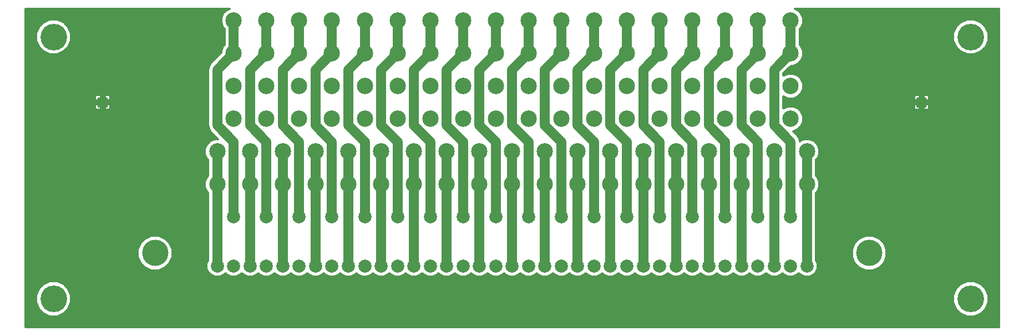
<source format=gtl>
G04 (created by PCBNEW (2013-07-07 BZR 4022)-stable) date 23/09/2014 08:58:54*
%MOIN*%
G04 Gerber Fmt 3.4, Leading zero omitted, Abs format*
%FSLAX34Y34*%
G01*
G70*
G90*
G04 APERTURE LIST*
%ADD10C,0.00590551*%
%ADD11C,0.0984252*%
%ADD12C,0.16*%
%ADD13R,0.06X0.06*%
%ADD14C,0.0787402*%
%ADD15C,0.15748*%
%ADD16C,0.0590551*%
%ADD17C,0.011811*%
G04 APERTURE END LIST*
G54D10*
G54D11*
X104330Y-56102D03*
X102362Y-56102D03*
X100393Y-56102D03*
X98425Y-56102D03*
X96456Y-56102D03*
X94488Y-56102D03*
X92519Y-56102D03*
X90551Y-56102D03*
X88582Y-56102D03*
X86614Y-56102D03*
X84645Y-56102D03*
X82677Y-56102D03*
X80708Y-56102D03*
X78740Y-56102D03*
X76771Y-56102D03*
X74803Y-56102D03*
X72834Y-56102D03*
X70866Y-56102D03*
X68897Y-56102D03*
X104330Y-58070D03*
X102362Y-58070D03*
X100393Y-58070D03*
X98425Y-58070D03*
X96456Y-58070D03*
X94488Y-58070D03*
X92519Y-58070D03*
X90551Y-58070D03*
X88582Y-58070D03*
X86614Y-58070D03*
X84645Y-58070D03*
X82677Y-58070D03*
X80708Y-58070D03*
X78740Y-58070D03*
X76771Y-58070D03*
X74803Y-58070D03*
X72834Y-58070D03*
X70866Y-58070D03*
X68897Y-58070D03*
X103346Y-52165D03*
X101377Y-52165D03*
X99409Y-52165D03*
X97440Y-52165D03*
X95472Y-52165D03*
X93503Y-52165D03*
X91535Y-52165D03*
X89566Y-52165D03*
X87598Y-52165D03*
X85629Y-52165D03*
X83661Y-52165D03*
X81692Y-52165D03*
X79724Y-52165D03*
X77755Y-52165D03*
X75787Y-52165D03*
X73818Y-52165D03*
X71850Y-52165D03*
X69881Y-52165D03*
X103346Y-54133D03*
X101377Y-54133D03*
X99409Y-54133D03*
X97440Y-54133D03*
X95472Y-54133D03*
X93503Y-54133D03*
X91535Y-54133D03*
X89566Y-54133D03*
X87598Y-54133D03*
X85629Y-54133D03*
X83661Y-54133D03*
X81692Y-54133D03*
X79724Y-54133D03*
X77755Y-54133D03*
X75787Y-54133D03*
X73818Y-54133D03*
X71850Y-54133D03*
X69881Y-54133D03*
X103346Y-48228D03*
X101377Y-48228D03*
X99409Y-48228D03*
X97440Y-48228D03*
X95472Y-48228D03*
X93503Y-48228D03*
X91535Y-48228D03*
X89566Y-48228D03*
X87598Y-48228D03*
X85629Y-48228D03*
X83661Y-48228D03*
X81692Y-48228D03*
X79724Y-48228D03*
X77755Y-48228D03*
X75787Y-48228D03*
X73818Y-48228D03*
X71850Y-48228D03*
X69881Y-48228D03*
X103346Y-50196D03*
X101377Y-50196D03*
X99409Y-50196D03*
X97440Y-50196D03*
X95472Y-50196D03*
X93503Y-50196D03*
X91535Y-50196D03*
X89566Y-50196D03*
X87598Y-50196D03*
X85629Y-50196D03*
X83661Y-50196D03*
X81692Y-50196D03*
X79724Y-50196D03*
X77755Y-50196D03*
X75787Y-50196D03*
X73818Y-50196D03*
X71850Y-50196D03*
X69881Y-50196D03*
G54D12*
X114173Y-49212D03*
X114173Y-64960D03*
X59055Y-64960D03*
X59055Y-49212D03*
G54D13*
X62007Y-53149D03*
X111220Y-53149D03*
G54D14*
X104330Y-62992D03*
X102362Y-62992D03*
X100393Y-62992D03*
X98425Y-62992D03*
X96456Y-62992D03*
X94488Y-62992D03*
X92519Y-62992D03*
X90551Y-62992D03*
X88582Y-62992D03*
X86614Y-62992D03*
X84645Y-62992D03*
X82677Y-62992D03*
X80708Y-62992D03*
X78740Y-62992D03*
X76771Y-62992D03*
X74803Y-62992D03*
X72834Y-62992D03*
X70866Y-62992D03*
X68897Y-62992D03*
X103346Y-62992D03*
X101377Y-62992D03*
X99409Y-62992D03*
X97440Y-62992D03*
X95472Y-62992D03*
X93503Y-62992D03*
X91535Y-62992D03*
X89566Y-62992D03*
X87598Y-62992D03*
X85629Y-62992D03*
X83661Y-62992D03*
X81692Y-62992D03*
X79724Y-62992D03*
X77755Y-62992D03*
X75787Y-62992D03*
X73818Y-62992D03*
X71850Y-62992D03*
X69881Y-62992D03*
X103346Y-60039D03*
X101377Y-60039D03*
X99409Y-60039D03*
X97440Y-60039D03*
X95472Y-60039D03*
X93503Y-60039D03*
X91535Y-60039D03*
X89566Y-60039D03*
X87598Y-60039D03*
X85629Y-60039D03*
X83661Y-60039D03*
X81692Y-60039D03*
X79724Y-60039D03*
X77755Y-60039D03*
X75787Y-60039D03*
X73818Y-60039D03*
X71850Y-60039D03*
X69881Y-60039D03*
G54D15*
X65157Y-62204D03*
X108070Y-62204D03*
G54D16*
X86614Y-62992D02*
X86614Y-58070D01*
X86614Y-58070D02*
X86614Y-56102D01*
X90551Y-62992D02*
X90551Y-58070D01*
X90551Y-58070D02*
X90551Y-56102D01*
X88582Y-62992D02*
X88582Y-58070D01*
X88582Y-58070D02*
X88582Y-56102D01*
X71850Y-60039D02*
X71850Y-55511D01*
X70866Y-51181D02*
X71850Y-50196D01*
X70866Y-54527D02*
X70866Y-51181D01*
X71850Y-55511D02*
X70866Y-54527D01*
X71850Y-50196D02*
X71850Y-48228D01*
X84645Y-62992D02*
X84645Y-58070D01*
X84645Y-58070D02*
X84645Y-56102D01*
X82677Y-62992D02*
X82677Y-58070D01*
X82677Y-58070D02*
X82677Y-56102D01*
X80708Y-62992D02*
X80708Y-58070D01*
X80708Y-58070D02*
X80708Y-56102D01*
X78740Y-62992D02*
X78740Y-58070D01*
X78740Y-58070D02*
X78740Y-56102D01*
X76771Y-62992D02*
X76771Y-58070D01*
X76771Y-58070D02*
X76771Y-56102D01*
X74803Y-62992D02*
X74803Y-58070D01*
X74803Y-58070D02*
X74803Y-56102D01*
X72834Y-62992D02*
X72834Y-58070D01*
X72834Y-58070D02*
X72834Y-56102D01*
X69881Y-60039D02*
X69881Y-55511D01*
X68897Y-51181D02*
X69881Y-50196D01*
X68897Y-54527D02*
X68897Y-51181D01*
X69881Y-55511D02*
X68897Y-54527D01*
X69881Y-50196D02*
X69881Y-48228D01*
X70866Y-62992D02*
X70866Y-58070D01*
X70866Y-58070D02*
X70866Y-56102D01*
X68897Y-62992D02*
X68897Y-58070D01*
X68897Y-58070D02*
X68897Y-56102D01*
X93503Y-60039D02*
X93503Y-55511D01*
X92519Y-51181D02*
X93503Y-50196D01*
X92519Y-54527D02*
X92519Y-51181D01*
X93503Y-55511D02*
X92519Y-54527D01*
X93503Y-50196D02*
X93503Y-48228D01*
X103346Y-48228D02*
X103346Y-50196D01*
X103346Y-60039D02*
X103346Y-55905D01*
X102362Y-51181D02*
X103346Y-50196D01*
X102362Y-54527D02*
X102362Y-51181D01*
X103346Y-55511D02*
X102362Y-54527D01*
X103346Y-55905D02*
X103346Y-55511D01*
X104330Y-62992D02*
X104330Y-58070D01*
X104330Y-58070D02*
X104330Y-56102D01*
X101377Y-60039D02*
X101377Y-55511D01*
X100393Y-51181D02*
X101377Y-50196D01*
X100393Y-54527D02*
X100393Y-51181D01*
X101377Y-55511D02*
X100393Y-54527D01*
X101377Y-50196D02*
X101377Y-48228D01*
X99409Y-60039D02*
X99409Y-55511D01*
X98425Y-51181D02*
X99409Y-50196D01*
X98425Y-54527D02*
X98425Y-51181D01*
X99409Y-55511D02*
X98425Y-54527D01*
X99409Y-50196D02*
X99409Y-48228D01*
X97440Y-60039D02*
X97440Y-55708D01*
X96456Y-51181D02*
X97440Y-50196D01*
X96456Y-54527D02*
X96456Y-51181D01*
X97440Y-55511D02*
X96456Y-54527D01*
X97440Y-55708D02*
X97440Y-55511D01*
X97440Y-50196D02*
X97440Y-48228D01*
X95472Y-60039D02*
X95472Y-55511D01*
X94488Y-51181D02*
X95472Y-50196D01*
X94488Y-54527D02*
X94488Y-51181D01*
X95472Y-55511D02*
X94488Y-54527D01*
X95472Y-50196D02*
X95472Y-48228D01*
X91535Y-48228D02*
X91535Y-50196D01*
X91535Y-60039D02*
X91535Y-55511D01*
X90551Y-51181D02*
X91535Y-50196D01*
X90551Y-54527D02*
X90551Y-51181D01*
X91535Y-55511D02*
X90551Y-54527D01*
X89566Y-60039D02*
X89566Y-55511D01*
X88582Y-51181D02*
X89566Y-50196D01*
X88582Y-54527D02*
X88582Y-51181D01*
X89566Y-55511D02*
X88582Y-54527D01*
X89566Y-50196D02*
X89566Y-48228D01*
X87598Y-60039D02*
X87598Y-55511D01*
X86614Y-51181D02*
X87598Y-50196D01*
X86614Y-54527D02*
X86614Y-51181D01*
X87598Y-55511D02*
X86614Y-54527D01*
X87598Y-50196D02*
X87598Y-48228D01*
X85629Y-60039D02*
X85629Y-55511D01*
X84645Y-51181D02*
X85629Y-50196D01*
X84645Y-54527D02*
X84645Y-51181D01*
X85629Y-55511D02*
X84645Y-54527D01*
X85629Y-50196D02*
X85629Y-48228D01*
X83661Y-60039D02*
X83661Y-55511D01*
X82677Y-51181D02*
X83661Y-50196D01*
X82677Y-54527D02*
X82677Y-51181D01*
X83661Y-55511D02*
X82677Y-54527D01*
X83661Y-50196D02*
X83661Y-48228D01*
X102362Y-62992D02*
X102362Y-58070D01*
X102362Y-58070D02*
X102362Y-56102D01*
X81692Y-60039D02*
X81692Y-55511D01*
X80708Y-51181D02*
X81692Y-50196D01*
X80708Y-54527D02*
X80708Y-51181D01*
X81692Y-55511D02*
X80708Y-54527D01*
X81692Y-50196D02*
X81692Y-48228D01*
X79724Y-60039D02*
X79724Y-55511D01*
X78740Y-51181D02*
X79724Y-50196D01*
X78740Y-54527D02*
X78740Y-51181D01*
X79724Y-55511D02*
X78740Y-54527D01*
X79724Y-50196D02*
X79724Y-48228D01*
X77755Y-60039D02*
X77755Y-55511D01*
X76771Y-51181D02*
X77755Y-50196D01*
X76771Y-54527D02*
X76771Y-51181D01*
X77755Y-55511D02*
X76771Y-54527D01*
X77755Y-50196D02*
X77755Y-48228D01*
X75787Y-60039D02*
X75787Y-55511D01*
X74803Y-51181D02*
X75787Y-50196D01*
X74803Y-54527D02*
X74803Y-51181D01*
X75787Y-55511D02*
X74803Y-54527D01*
X75787Y-50196D02*
X75787Y-48228D01*
X73818Y-60039D02*
X73818Y-55511D01*
X72834Y-51181D02*
X73818Y-50196D01*
X72834Y-54527D02*
X72834Y-51181D01*
X73818Y-55511D02*
X72834Y-54527D01*
X73818Y-50196D02*
X73818Y-48228D01*
X100393Y-62992D02*
X100393Y-58070D01*
X100393Y-58070D02*
X100393Y-56102D01*
X98425Y-62992D02*
X98425Y-58070D01*
X98425Y-58070D02*
X98425Y-56102D01*
X96456Y-62992D02*
X96456Y-58070D01*
X96456Y-58070D02*
X96456Y-56102D01*
X94488Y-62992D02*
X94488Y-58070D01*
X94488Y-58070D02*
X94488Y-56102D01*
X92519Y-62992D02*
X92519Y-58070D01*
X92519Y-58070D02*
X92519Y-56102D01*
G54D10*
G36*
X115866Y-66653D02*
X115229Y-66653D01*
X115229Y-64751D01*
X115229Y-49003D01*
X115068Y-48615D01*
X114772Y-48317D01*
X114384Y-48156D01*
X113964Y-48156D01*
X113575Y-48316D01*
X113278Y-48613D01*
X113117Y-49001D01*
X113117Y-49421D01*
X113277Y-49809D01*
X113574Y-50107D01*
X113962Y-50268D01*
X114382Y-50268D01*
X114770Y-50108D01*
X115067Y-49811D01*
X115228Y-49423D01*
X115229Y-49003D01*
X115229Y-64751D01*
X115068Y-64363D01*
X114772Y-64065D01*
X114384Y-63904D01*
X113964Y-63904D01*
X113575Y-64064D01*
X113278Y-64361D01*
X113117Y-64749D01*
X113117Y-65169D01*
X113277Y-65557D01*
X113574Y-65855D01*
X113962Y-66016D01*
X114382Y-66016D01*
X114770Y-65856D01*
X115067Y-65559D01*
X115228Y-65171D01*
X115229Y-64751D01*
X115229Y-66653D01*
X111679Y-66653D01*
X111679Y-53418D01*
X111679Y-52881D01*
X111679Y-52817D01*
X111655Y-52759D01*
X111610Y-52714D01*
X111551Y-52690D01*
X111378Y-52690D01*
X111338Y-52730D01*
X111338Y-53031D01*
X111639Y-53031D01*
X111679Y-52991D01*
X111679Y-52881D01*
X111679Y-53418D01*
X111679Y-53307D01*
X111639Y-53267D01*
X111338Y-53267D01*
X111338Y-53568D01*
X111378Y-53608D01*
X111551Y-53608D01*
X111610Y-53584D01*
X111655Y-53539D01*
X111679Y-53481D01*
X111679Y-53418D01*
X111679Y-66653D01*
X111102Y-66653D01*
X111102Y-53568D01*
X111102Y-53267D01*
X111102Y-53031D01*
X111102Y-52730D01*
X111062Y-52690D01*
X110888Y-52690D01*
X110830Y-52714D01*
X110785Y-52759D01*
X110761Y-52817D01*
X110761Y-52881D01*
X110761Y-52991D01*
X110801Y-53031D01*
X111102Y-53031D01*
X111102Y-53267D01*
X110801Y-53267D01*
X110761Y-53307D01*
X110761Y-53418D01*
X110761Y-53481D01*
X110785Y-53539D01*
X110830Y-53584D01*
X110888Y-53608D01*
X111062Y-53608D01*
X111102Y-53568D01*
X111102Y-66653D01*
X109114Y-66653D01*
X109114Y-61998D01*
X108955Y-61614D01*
X108662Y-61320D01*
X108279Y-61161D01*
X107864Y-61161D01*
X107480Y-61319D01*
X107186Y-61612D01*
X107027Y-61996D01*
X107027Y-62411D01*
X107185Y-62794D01*
X107479Y-63088D01*
X107862Y-63247D01*
X108277Y-63248D01*
X108661Y-63089D01*
X108954Y-62796D01*
X109113Y-62413D01*
X109114Y-61998D01*
X109114Y-66653D01*
X66200Y-66653D01*
X66200Y-61998D01*
X66042Y-61614D01*
X65749Y-61320D01*
X65365Y-61161D01*
X64950Y-61161D01*
X64567Y-61319D01*
X64273Y-61612D01*
X64114Y-61996D01*
X64113Y-62411D01*
X64272Y-62794D01*
X64565Y-63088D01*
X64949Y-63247D01*
X65364Y-63248D01*
X65747Y-63089D01*
X66041Y-62796D01*
X66200Y-62413D01*
X66200Y-61998D01*
X66200Y-66653D01*
X62466Y-66653D01*
X62466Y-53418D01*
X62466Y-52881D01*
X62466Y-52817D01*
X62442Y-52759D01*
X62397Y-52714D01*
X62339Y-52690D01*
X62165Y-52690D01*
X62125Y-52730D01*
X62125Y-53031D01*
X62427Y-53031D01*
X62466Y-52991D01*
X62466Y-52881D01*
X62466Y-53418D01*
X62466Y-53307D01*
X62427Y-53267D01*
X62125Y-53267D01*
X62125Y-53568D01*
X62165Y-53608D01*
X62339Y-53608D01*
X62397Y-53584D01*
X62442Y-53539D01*
X62466Y-53481D01*
X62466Y-53418D01*
X62466Y-66653D01*
X61889Y-66653D01*
X61889Y-53568D01*
X61889Y-53267D01*
X61889Y-53031D01*
X61889Y-52730D01*
X61850Y-52690D01*
X61676Y-52690D01*
X61617Y-52714D01*
X61573Y-52759D01*
X61548Y-52817D01*
X61548Y-52881D01*
X61548Y-52991D01*
X61588Y-53031D01*
X61889Y-53031D01*
X61889Y-53267D01*
X61588Y-53267D01*
X61548Y-53307D01*
X61548Y-53418D01*
X61548Y-53481D01*
X61573Y-53539D01*
X61617Y-53584D01*
X61676Y-53608D01*
X61850Y-53608D01*
X61889Y-53568D01*
X61889Y-66653D01*
X60111Y-66653D01*
X60111Y-64751D01*
X60111Y-49003D01*
X59950Y-48615D01*
X59654Y-48317D01*
X59266Y-48156D01*
X58846Y-48156D01*
X58457Y-48316D01*
X58160Y-48613D01*
X57999Y-49001D01*
X57999Y-49421D01*
X58159Y-49809D01*
X58456Y-50107D01*
X58844Y-50268D01*
X59264Y-50268D01*
X59652Y-50108D01*
X59949Y-49811D01*
X60110Y-49423D01*
X60111Y-49003D01*
X60111Y-64751D01*
X59950Y-64363D01*
X59654Y-64065D01*
X59266Y-63904D01*
X58846Y-63904D01*
X58457Y-64064D01*
X58160Y-64361D01*
X57999Y-64749D01*
X57999Y-65169D01*
X58159Y-65557D01*
X58456Y-65855D01*
X58844Y-66016D01*
X59264Y-66016D01*
X59652Y-65856D01*
X59949Y-65559D01*
X60110Y-65171D01*
X60111Y-64751D01*
X60111Y-66653D01*
X57362Y-66653D01*
X57362Y-47519D01*
X69638Y-47519D01*
X69458Y-47593D01*
X69248Y-47804D01*
X69133Y-48078D01*
X69133Y-48376D01*
X69247Y-48651D01*
X69330Y-48735D01*
X69330Y-49690D01*
X69248Y-49772D01*
X69133Y-50047D01*
X69133Y-50165D01*
X68507Y-50791D01*
X68388Y-50970D01*
X68346Y-51181D01*
X68346Y-54527D01*
X68388Y-54738D01*
X68507Y-54917D01*
X68944Y-55354D01*
X68749Y-55354D01*
X68474Y-55467D01*
X68263Y-55678D01*
X68149Y-55952D01*
X68149Y-56250D01*
X68263Y-56525D01*
X68346Y-56609D01*
X68346Y-57564D01*
X68263Y-57646D01*
X68149Y-57921D01*
X68149Y-58219D01*
X68263Y-58494D01*
X68346Y-58577D01*
X68346Y-62625D01*
X68248Y-62862D01*
X68247Y-63120D01*
X68346Y-63359D01*
X68529Y-63542D01*
X68767Y-63641D01*
X69026Y-63641D01*
X69265Y-63543D01*
X69389Y-63418D01*
X69513Y-63542D01*
X69752Y-63641D01*
X70010Y-63641D01*
X70249Y-63543D01*
X70374Y-63418D01*
X70497Y-63542D01*
X70736Y-63641D01*
X70994Y-63641D01*
X71233Y-63543D01*
X71358Y-63418D01*
X71481Y-63542D01*
X71720Y-63641D01*
X71979Y-63641D01*
X72217Y-63543D01*
X72342Y-63418D01*
X72466Y-63542D01*
X72704Y-63641D01*
X72963Y-63641D01*
X73202Y-63543D01*
X73326Y-63418D01*
X73450Y-63542D01*
X73689Y-63641D01*
X73947Y-63641D01*
X74186Y-63543D01*
X74311Y-63418D01*
X74434Y-63542D01*
X74673Y-63641D01*
X74931Y-63641D01*
X75170Y-63543D01*
X75295Y-63418D01*
X75418Y-63542D01*
X75657Y-63641D01*
X75916Y-63641D01*
X76154Y-63543D01*
X76279Y-63418D01*
X76403Y-63542D01*
X76641Y-63641D01*
X76900Y-63641D01*
X77139Y-63543D01*
X77263Y-63418D01*
X77387Y-63542D01*
X77626Y-63641D01*
X77884Y-63641D01*
X78123Y-63543D01*
X78248Y-63418D01*
X78371Y-63542D01*
X78610Y-63641D01*
X78868Y-63641D01*
X79107Y-63543D01*
X79232Y-63418D01*
X79355Y-63542D01*
X79594Y-63641D01*
X79853Y-63641D01*
X80091Y-63543D01*
X80216Y-63418D01*
X80340Y-63542D01*
X80578Y-63641D01*
X80837Y-63641D01*
X81076Y-63543D01*
X81200Y-63418D01*
X81324Y-63542D01*
X81563Y-63641D01*
X81821Y-63641D01*
X82060Y-63543D01*
X82185Y-63418D01*
X82308Y-63542D01*
X82547Y-63641D01*
X82805Y-63641D01*
X83044Y-63543D01*
X83169Y-63418D01*
X83292Y-63542D01*
X83531Y-63641D01*
X83790Y-63641D01*
X84028Y-63543D01*
X84153Y-63418D01*
X84277Y-63542D01*
X84515Y-63641D01*
X84774Y-63641D01*
X85013Y-63543D01*
X85137Y-63418D01*
X85261Y-63542D01*
X85500Y-63641D01*
X85758Y-63641D01*
X85997Y-63543D01*
X86122Y-63418D01*
X86245Y-63542D01*
X86484Y-63641D01*
X86742Y-63641D01*
X86981Y-63543D01*
X87106Y-63418D01*
X87229Y-63542D01*
X87468Y-63641D01*
X87727Y-63641D01*
X87965Y-63543D01*
X88090Y-63418D01*
X88214Y-63542D01*
X88452Y-63641D01*
X88711Y-63641D01*
X88950Y-63543D01*
X89074Y-63418D01*
X89198Y-63542D01*
X89437Y-63641D01*
X89695Y-63641D01*
X89934Y-63543D01*
X90059Y-63418D01*
X90182Y-63542D01*
X90421Y-63641D01*
X90679Y-63641D01*
X90918Y-63543D01*
X91043Y-63418D01*
X91166Y-63542D01*
X91405Y-63641D01*
X91664Y-63641D01*
X91902Y-63543D01*
X92027Y-63418D01*
X92151Y-63542D01*
X92389Y-63641D01*
X92648Y-63641D01*
X92887Y-63543D01*
X93011Y-63418D01*
X93135Y-63542D01*
X93374Y-63641D01*
X93632Y-63641D01*
X93871Y-63543D01*
X93996Y-63418D01*
X94119Y-63542D01*
X94358Y-63641D01*
X94616Y-63641D01*
X94855Y-63543D01*
X94980Y-63418D01*
X95103Y-63542D01*
X95342Y-63641D01*
X95601Y-63641D01*
X95839Y-63543D01*
X95964Y-63418D01*
X96088Y-63542D01*
X96326Y-63641D01*
X96585Y-63641D01*
X96824Y-63543D01*
X96948Y-63418D01*
X97072Y-63542D01*
X97311Y-63641D01*
X97569Y-63641D01*
X97808Y-63543D01*
X97933Y-63418D01*
X98056Y-63542D01*
X98295Y-63641D01*
X98553Y-63641D01*
X98792Y-63543D01*
X98917Y-63418D01*
X99040Y-63542D01*
X99279Y-63641D01*
X99538Y-63641D01*
X99776Y-63543D01*
X99901Y-63418D01*
X100025Y-63542D01*
X100263Y-63641D01*
X100522Y-63641D01*
X100761Y-63543D01*
X100885Y-63418D01*
X101009Y-63542D01*
X101248Y-63641D01*
X101506Y-63641D01*
X101745Y-63543D01*
X101870Y-63418D01*
X101993Y-63542D01*
X102232Y-63641D01*
X102490Y-63641D01*
X102729Y-63543D01*
X102854Y-63418D01*
X102978Y-63542D01*
X103216Y-63641D01*
X103475Y-63641D01*
X103713Y-63543D01*
X103838Y-63418D01*
X103962Y-63542D01*
X104200Y-63641D01*
X104459Y-63641D01*
X104698Y-63543D01*
X104881Y-63360D01*
X104980Y-63121D01*
X104980Y-62863D01*
X104881Y-62624D01*
X104881Y-58577D01*
X104964Y-58495D01*
X105078Y-58220D01*
X105078Y-57922D01*
X104965Y-57647D01*
X104881Y-57564D01*
X104881Y-56609D01*
X104964Y-56526D01*
X105078Y-56251D01*
X105078Y-55954D01*
X104965Y-55679D01*
X104754Y-55468D01*
X104480Y-55354D01*
X104182Y-55354D01*
X103907Y-55467D01*
X103891Y-55483D01*
X103855Y-55300D01*
X103736Y-55122D01*
X103736Y-55122D01*
X103495Y-54881D01*
X103769Y-54768D01*
X103980Y-54558D01*
X104094Y-54283D01*
X104094Y-53985D01*
X103980Y-53710D01*
X103770Y-53500D01*
X103495Y-53385D01*
X103198Y-53385D01*
X102923Y-53499D01*
X102913Y-53509D01*
X102913Y-52790D01*
X102922Y-52799D01*
X103197Y-52913D01*
X103494Y-52913D01*
X103769Y-52799D01*
X103980Y-52589D01*
X104094Y-52314D01*
X104094Y-52017D01*
X103980Y-51742D01*
X103770Y-51531D01*
X103495Y-51417D01*
X103198Y-51417D01*
X102923Y-51530D01*
X102913Y-51540D01*
X102913Y-51409D01*
X103377Y-50944D01*
X103494Y-50945D01*
X103769Y-50831D01*
X103980Y-50621D01*
X104094Y-50346D01*
X104094Y-50048D01*
X103980Y-49773D01*
X103897Y-49690D01*
X103897Y-48735D01*
X103980Y-48652D01*
X104094Y-48377D01*
X104094Y-48080D01*
X103980Y-47805D01*
X103770Y-47594D01*
X103590Y-47519D01*
X115866Y-47519D01*
X115866Y-66653D01*
X115866Y-66653D01*
G37*
G54D17*
X115866Y-66653D02*
X115229Y-66653D01*
X115229Y-64751D01*
X115229Y-49003D01*
X115068Y-48615D01*
X114772Y-48317D01*
X114384Y-48156D01*
X113964Y-48156D01*
X113575Y-48316D01*
X113278Y-48613D01*
X113117Y-49001D01*
X113117Y-49421D01*
X113277Y-49809D01*
X113574Y-50107D01*
X113962Y-50268D01*
X114382Y-50268D01*
X114770Y-50108D01*
X115067Y-49811D01*
X115228Y-49423D01*
X115229Y-49003D01*
X115229Y-64751D01*
X115068Y-64363D01*
X114772Y-64065D01*
X114384Y-63904D01*
X113964Y-63904D01*
X113575Y-64064D01*
X113278Y-64361D01*
X113117Y-64749D01*
X113117Y-65169D01*
X113277Y-65557D01*
X113574Y-65855D01*
X113962Y-66016D01*
X114382Y-66016D01*
X114770Y-65856D01*
X115067Y-65559D01*
X115228Y-65171D01*
X115229Y-64751D01*
X115229Y-66653D01*
X111679Y-66653D01*
X111679Y-53418D01*
X111679Y-52881D01*
X111679Y-52817D01*
X111655Y-52759D01*
X111610Y-52714D01*
X111551Y-52690D01*
X111378Y-52690D01*
X111338Y-52730D01*
X111338Y-53031D01*
X111639Y-53031D01*
X111679Y-52991D01*
X111679Y-52881D01*
X111679Y-53418D01*
X111679Y-53307D01*
X111639Y-53267D01*
X111338Y-53267D01*
X111338Y-53568D01*
X111378Y-53608D01*
X111551Y-53608D01*
X111610Y-53584D01*
X111655Y-53539D01*
X111679Y-53481D01*
X111679Y-53418D01*
X111679Y-66653D01*
X111102Y-66653D01*
X111102Y-53568D01*
X111102Y-53267D01*
X111102Y-53031D01*
X111102Y-52730D01*
X111062Y-52690D01*
X110888Y-52690D01*
X110830Y-52714D01*
X110785Y-52759D01*
X110761Y-52817D01*
X110761Y-52881D01*
X110761Y-52991D01*
X110801Y-53031D01*
X111102Y-53031D01*
X111102Y-53267D01*
X110801Y-53267D01*
X110761Y-53307D01*
X110761Y-53418D01*
X110761Y-53481D01*
X110785Y-53539D01*
X110830Y-53584D01*
X110888Y-53608D01*
X111062Y-53608D01*
X111102Y-53568D01*
X111102Y-66653D01*
X109114Y-66653D01*
X109114Y-61998D01*
X108955Y-61614D01*
X108662Y-61320D01*
X108279Y-61161D01*
X107864Y-61161D01*
X107480Y-61319D01*
X107186Y-61612D01*
X107027Y-61996D01*
X107027Y-62411D01*
X107185Y-62794D01*
X107479Y-63088D01*
X107862Y-63247D01*
X108277Y-63248D01*
X108661Y-63089D01*
X108954Y-62796D01*
X109113Y-62413D01*
X109114Y-61998D01*
X109114Y-66653D01*
X66200Y-66653D01*
X66200Y-61998D01*
X66042Y-61614D01*
X65749Y-61320D01*
X65365Y-61161D01*
X64950Y-61161D01*
X64567Y-61319D01*
X64273Y-61612D01*
X64114Y-61996D01*
X64113Y-62411D01*
X64272Y-62794D01*
X64565Y-63088D01*
X64949Y-63247D01*
X65364Y-63248D01*
X65747Y-63089D01*
X66041Y-62796D01*
X66200Y-62413D01*
X66200Y-61998D01*
X66200Y-66653D01*
X62466Y-66653D01*
X62466Y-53418D01*
X62466Y-52881D01*
X62466Y-52817D01*
X62442Y-52759D01*
X62397Y-52714D01*
X62339Y-52690D01*
X62165Y-52690D01*
X62125Y-52730D01*
X62125Y-53031D01*
X62427Y-53031D01*
X62466Y-52991D01*
X62466Y-52881D01*
X62466Y-53418D01*
X62466Y-53307D01*
X62427Y-53267D01*
X62125Y-53267D01*
X62125Y-53568D01*
X62165Y-53608D01*
X62339Y-53608D01*
X62397Y-53584D01*
X62442Y-53539D01*
X62466Y-53481D01*
X62466Y-53418D01*
X62466Y-66653D01*
X61889Y-66653D01*
X61889Y-53568D01*
X61889Y-53267D01*
X61889Y-53031D01*
X61889Y-52730D01*
X61850Y-52690D01*
X61676Y-52690D01*
X61617Y-52714D01*
X61573Y-52759D01*
X61548Y-52817D01*
X61548Y-52881D01*
X61548Y-52991D01*
X61588Y-53031D01*
X61889Y-53031D01*
X61889Y-53267D01*
X61588Y-53267D01*
X61548Y-53307D01*
X61548Y-53418D01*
X61548Y-53481D01*
X61573Y-53539D01*
X61617Y-53584D01*
X61676Y-53608D01*
X61850Y-53608D01*
X61889Y-53568D01*
X61889Y-66653D01*
X60111Y-66653D01*
X60111Y-64751D01*
X60111Y-49003D01*
X59950Y-48615D01*
X59654Y-48317D01*
X59266Y-48156D01*
X58846Y-48156D01*
X58457Y-48316D01*
X58160Y-48613D01*
X57999Y-49001D01*
X57999Y-49421D01*
X58159Y-49809D01*
X58456Y-50107D01*
X58844Y-50268D01*
X59264Y-50268D01*
X59652Y-50108D01*
X59949Y-49811D01*
X60110Y-49423D01*
X60111Y-49003D01*
X60111Y-64751D01*
X59950Y-64363D01*
X59654Y-64065D01*
X59266Y-63904D01*
X58846Y-63904D01*
X58457Y-64064D01*
X58160Y-64361D01*
X57999Y-64749D01*
X57999Y-65169D01*
X58159Y-65557D01*
X58456Y-65855D01*
X58844Y-66016D01*
X59264Y-66016D01*
X59652Y-65856D01*
X59949Y-65559D01*
X60110Y-65171D01*
X60111Y-64751D01*
X60111Y-66653D01*
X57362Y-66653D01*
X57362Y-47519D01*
X69638Y-47519D01*
X69458Y-47593D01*
X69248Y-47804D01*
X69133Y-48078D01*
X69133Y-48376D01*
X69247Y-48651D01*
X69330Y-48735D01*
X69330Y-49690D01*
X69248Y-49772D01*
X69133Y-50047D01*
X69133Y-50165D01*
X68507Y-50791D01*
X68388Y-50970D01*
X68346Y-51181D01*
X68346Y-54527D01*
X68388Y-54738D01*
X68507Y-54917D01*
X68944Y-55354D01*
X68749Y-55354D01*
X68474Y-55467D01*
X68263Y-55678D01*
X68149Y-55952D01*
X68149Y-56250D01*
X68263Y-56525D01*
X68346Y-56609D01*
X68346Y-57564D01*
X68263Y-57646D01*
X68149Y-57921D01*
X68149Y-58219D01*
X68263Y-58494D01*
X68346Y-58577D01*
X68346Y-62625D01*
X68248Y-62862D01*
X68247Y-63120D01*
X68346Y-63359D01*
X68529Y-63542D01*
X68767Y-63641D01*
X69026Y-63641D01*
X69265Y-63543D01*
X69389Y-63418D01*
X69513Y-63542D01*
X69752Y-63641D01*
X70010Y-63641D01*
X70249Y-63543D01*
X70374Y-63418D01*
X70497Y-63542D01*
X70736Y-63641D01*
X70994Y-63641D01*
X71233Y-63543D01*
X71358Y-63418D01*
X71481Y-63542D01*
X71720Y-63641D01*
X71979Y-63641D01*
X72217Y-63543D01*
X72342Y-63418D01*
X72466Y-63542D01*
X72704Y-63641D01*
X72963Y-63641D01*
X73202Y-63543D01*
X73326Y-63418D01*
X73450Y-63542D01*
X73689Y-63641D01*
X73947Y-63641D01*
X74186Y-63543D01*
X74311Y-63418D01*
X74434Y-63542D01*
X74673Y-63641D01*
X74931Y-63641D01*
X75170Y-63543D01*
X75295Y-63418D01*
X75418Y-63542D01*
X75657Y-63641D01*
X75916Y-63641D01*
X76154Y-63543D01*
X76279Y-63418D01*
X76403Y-63542D01*
X76641Y-63641D01*
X76900Y-63641D01*
X77139Y-63543D01*
X77263Y-63418D01*
X77387Y-63542D01*
X77626Y-63641D01*
X77884Y-63641D01*
X78123Y-63543D01*
X78248Y-63418D01*
X78371Y-63542D01*
X78610Y-63641D01*
X78868Y-63641D01*
X79107Y-63543D01*
X79232Y-63418D01*
X79355Y-63542D01*
X79594Y-63641D01*
X79853Y-63641D01*
X80091Y-63543D01*
X80216Y-63418D01*
X80340Y-63542D01*
X80578Y-63641D01*
X80837Y-63641D01*
X81076Y-63543D01*
X81200Y-63418D01*
X81324Y-63542D01*
X81563Y-63641D01*
X81821Y-63641D01*
X82060Y-63543D01*
X82185Y-63418D01*
X82308Y-63542D01*
X82547Y-63641D01*
X82805Y-63641D01*
X83044Y-63543D01*
X83169Y-63418D01*
X83292Y-63542D01*
X83531Y-63641D01*
X83790Y-63641D01*
X84028Y-63543D01*
X84153Y-63418D01*
X84277Y-63542D01*
X84515Y-63641D01*
X84774Y-63641D01*
X85013Y-63543D01*
X85137Y-63418D01*
X85261Y-63542D01*
X85500Y-63641D01*
X85758Y-63641D01*
X85997Y-63543D01*
X86122Y-63418D01*
X86245Y-63542D01*
X86484Y-63641D01*
X86742Y-63641D01*
X86981Y-63543D01*
X87106Y-63418D01*
X87229Y-63542D01*
X87468Y-63641D01*
X87727Y-63641D01*
X87965Y-63543D01*
X88090Y-63418D01*
X88214Y-63542D01*
X88452Y-63641D01*
X88711Y-63641D01*
X88950Y-63543D01*
X89074Y-63418D01*
X89198Y-63542D01*
X89437Y-63641D01*
X89695Y-63641D01*
X89934Y-63543D01*
X90059Y-63418D01*
X90182Y-63542D01*
X90421Y-63641D01*
X90679Y-63641D01*
X90918Y-63543D01*
X91043Y-63418D01*
X91166Y-63542D01*
X91405Y-63641D01*
X91664Y-63641D01*
X91902Y-63543D01*
X92027Y-63418D01*
X92151Y-63542D01*
X92389Y-63641D01*
X92648Y-63641D01*
X92887Y-63543D01*
X93011Y-63418D01*
X93135Y-63542D01*
X93374Y-63641D01*
X93632Y-63641D01*
X93871Y-63543D01*
X93996Y-63418D01*
X94119Y-63542D01*
X94358Y-63641D01*
X94616Y-63641D01*
X94855Y-63543D01*
X94980Y-63418D01*
X95103Y-63542D01*
X95342Y-63641D01*
X95601Y-63641D01*
X95839Y-63543D01*
X95964Y-63418D01*
X96088Y-63542D01*
X96326Y-63641D01*
X96585Y-63641D01*
X96824Y-63543D01*
X96948Y-63418D01*
X97072Y-63542D01*
X97311Y-63641D01*
X97569Y-63641D01*
X97808Y-63543D01*
X97933Y-63418D01*
X98056Y-63542D01*
X98295Y-63641D01*
X98553Y-63641D01*
X98792Y-63543D01*
X98917Y-63418D01*
X99040Y-63542D01*
X99279Y-63641D01*
X99538Y-63641D01*
X99776Y-63543D01*
X99901Y-63418D01*
X100025Y-63542D01*
X100263Y-63641D01*
X100522Y-63641D01*
X100761Y-63543D01*
X100885Y-63418D01*
X101009Y-63542D01*
X101248Y-63641D01*
X101506Y-63641D01*
X101745Y-63543D01*
X101870Y-63418D01*
X101993Y-63542D01*
X102232Y-63641D01*
X102490Y-63641D01*
X102729Y-63543D01*
X102854Y-63418D01*
X102978Y-63542D01*
X103216Y-63641D01*
X103475Y-63641D01*
X103713Y-63543D01*
X103838Y-63418D01*
X103962Y-63542D01*
X104200Y-63641D01*
X104459Y-63641D01*
X104698Y-63543D01*
X104881Y-63360D01*
X104980Y-63121D01*
X104980Y-62863D01*
X104881Y-62624D01*
X104881Y-58577D01*
X104964Y-58495D01*
X105078Y-58220D01*
X105078Y-57922D01*
X104965Y-57647D01*
X104881Y-57564D01*
X104881Y-56609D01*
X104964Y-56526D01*
X105078Y-56251D01*
X105078Y-55954D01*
X104965Y-55679D01*
X104754Y-55468D01*
X104480Y-55354D01*
X104182Y-55354D01*
X103907Y-55467D01*
X103891Y-55483D01*
X103855Y-55300D01*
X103736Y-55122D01*
X103736Y-55122D01*
X103495Y-54881D01*
X103769Y-54768D01*
X103980Y-54558D01*
X104094Y-54283D01*
X104094Y-53985D01*
X103980Y-53710D01*
X103770Y-53500D01*
X103495Y-53385D01*
X103198Y-53385D01*
X102923Y-53499D01*
X102913Y-53509D01*
X102913Y-52790D01*
X102922Y-52799D01*
X103197Y-52913D01*
X103494Y-52913D01*
X103769Y-52799D01*
X103980Y-52589D01*
X104094Y-52314D01*
X104094Y-52017D01*
X103980Y-51742D01*
X103770Y-51531D01*
X103495Y-51417D01*
X103198Y-51417D01*
X102923Y-51530D01*
X102913Y-51540D01*
X102913Y-51409D01*
X103377Y-50944D01*
X103494Y-50945D01*
X103769Y-50831D01*
X103980Y-50621D01*
X104094Y-50346D01*
X104094Y-50048D01*
X103980Y-49773D01*
X103897Y-49690D01*
X103897Y-48735D01*
X103980Y-48652D01*
X104094Y-48377D01*
X104094Y-48080D01*
X103980Y-47805D01*
X103770Y-47594D01*
X103590Y-47519D01*
X115866Y-47519D01*
X115866Y-66653D01*
M02*

</source>
